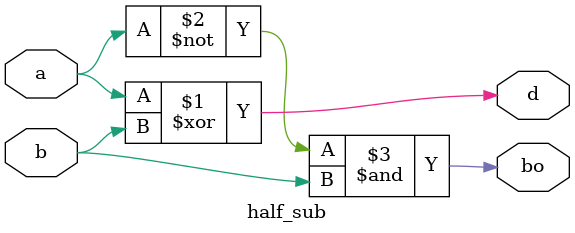
<source format=v>
module half_sub(output d,bo,input a,b);
assign d=a^b;
assign bo=(~a)&b;
endmodule


</source>
